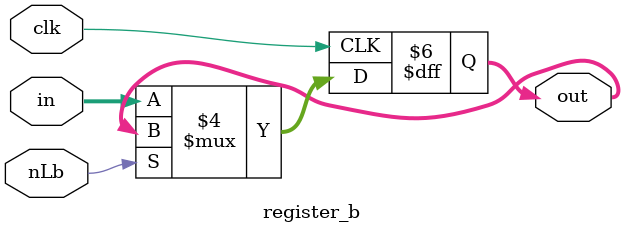
<source format=v>
`timescale 1ns / 1ps
module register_b(nLb, clk, in, out);
input clk, nLb;
input [7:0] in;
output [7:0] out;
reg [7:0] out;
always @ (posedge clk)
begin 
if(!nLb) out = in;
end


endmodule

</source>
